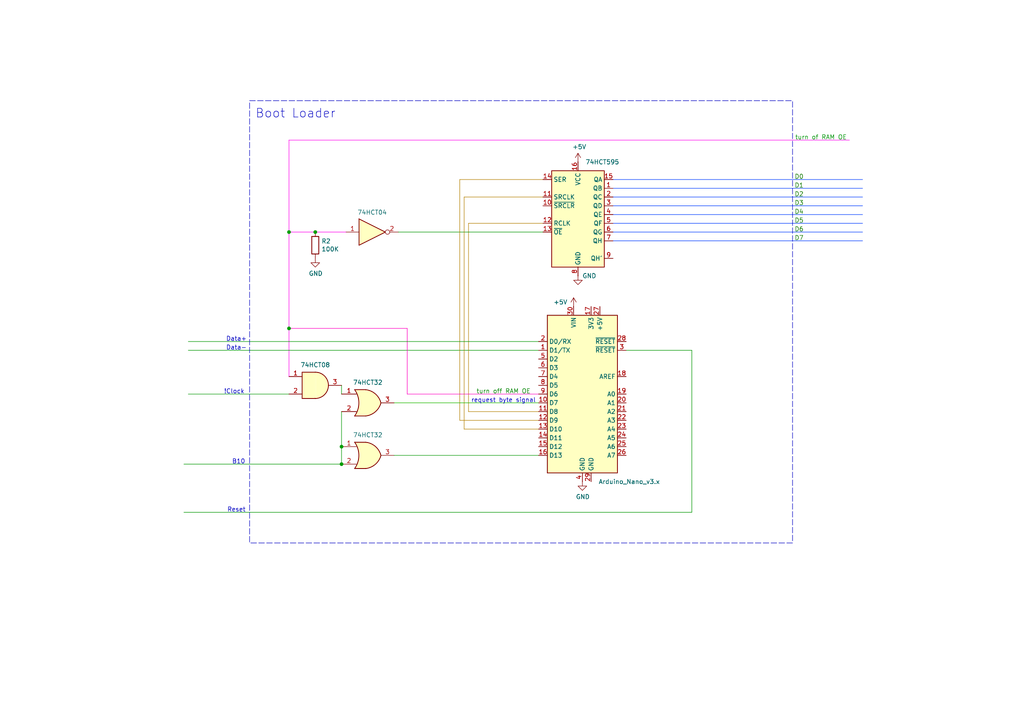
<source format=kicad_sch>
(kicad_sch (version 20250114) (generator "eeschema") (generator_version "9.0")
  (paper "A4")
  (title_block (title "Boot Loader"))
  (lib_symbols
    (symbol "74xx:74HCT04"
      (property "Reference" "U" (at 0 1.27 0))
      (property "Value" "74HCT04" (at 0 -1.27 0))
      (symbol "74HCT04_1_0"
        (polyline (pts (xy -3.81 3.81) (xy -3.81 -3.81) (xy 3.81 0) (xy -3.81 3.81)) (stroke (width 0.254)) (fill (type background)))
        (pin input line (at -7.62 0 0) (length 3.81) (name "~") (number "1"))
        (pin output inverted (at 7.62 0 180) (length 3.81) (name "~") (number "2"))
      )
      (symbol "74HCT04_2_0"
        (polyline (pts (xy -3.81 3.81) (xy -3.81 -3.81) (xy 3.81 0) (xy -3.81 3.81)) (stroke (width 0.254)) (fill (type background)))
        (pin input line (at -7.62 0 0) (length 3.81) (name "~") (number "3"))
        (pin output inverted (at 7.62 0 180) (length 3.81) (name "~") (number "4"))
      )
      (symbol "74HCT04_3_0"
        (polyline (pts (xy -3.81 3.81) (xy -3.81 -3.81) (xy 3.81 0) (xy -3.81 3.81)) (stroke (width 0.254)) (fill (type background)))
        (pin input line (at -7.62 0 0) (length 3.81) (name "~") (number "5"))
        (pin output inverted (at 7.62 0 180) (length 3.81) (name "~") (number "6"))
      )
      (symbol "74HCT04_4_0"
        (polyline (pts (xy -3.81 3.81) (xy -3.81 -3.81) (xy 3.81 0) (xy -3.81 3.81)) (stroke (width 0.254)) (fill (type background)))
        (pin input line (at -7.62 0 0) (length 3.81) (name "~") (number "9"))
        (pin output inverted (at 7.62 0 180) (length 3.81) (name "~") (number "8"))
      )
      (symbol "74HCT04_5_0"
        (polyline (pts (xy -3.81 3.81) (xy -3.81 -3.81) (xy 3.81 0) (xy -3.81 3.81)) (stroke (width 0.254)) (fill (type background)))
        (pin input line (at -7.62 0 0) (length 3.81) (name "~") (number "11"))
        (pin output inverted (at 7.62 0 180) (length 3.81) (name "~") (number "10"))
      )
      (symbol "74HCT04_6_0"
        (polyline (pts (xy -3.81 3.81) (xy -3.81 -3.81) (xy 3.81 0) (xy -3.81 3.81)) (stroke (width 0.254)) (fill (type background)))
        (pin input line (at -7.62 0 0) (length 3.81) (name "~") (number "13"))
        (pin output inverted (at 7.62 0 180) (length 3.81) (name "~") (number "12"))
      )
      (symbol "74HCT04_7_0"
        (pin power_in line (at 0 12.7 270) (length 5.08) (name "VCC") (number "14"))
        (pin power_in line (at 0 -12.7 90) (length 5.08) (name "GND") (number "7"))
      )
      (symbol "74HCT04_7_1"
        (rectangle (start -5.08 7.62) (end 5.08 -7.62) (stroke (width 0.254)) (fill (type background)))
      )
    )
    (symbol "74xx:74HCT595"
      (property "Reference" "U" (at -7.62 13.97 0))
      (property "Value" "74HCT595" (at -7.62 -16.51 0))
      (symbol "74HCT595_1_0"
        (pin input line (at -10.16 10.16 0) (length 2.54) (name "SER") (number "14"))
        (pin input line (at -10.16 5.08 0) (length 2.54) (name "SRCLK") (number "11"))
        (pin input line (at -10.16 2.54 0) (length 2.54) (name "~{SRCLR}") (number "10"))
        (pin input line (at -10.16 -2.54 0) (length 2.54) (name "RCLK") (number "12"))
        (pin input line (at -10.16 -5.08 0) (length 2.54) (name "~{OE}") (number "13"))
        (pin power_in line (at 0 15.24 270) (length 2.54) (name "VCC") (number "16"))
        (pin power_in line (at 0 -17.78 90) (length 2.54) (name "GND") (number "8"))
        (pin tri_state line (at 10.16 10.16 180) (length 2.54) (name "QA") (number "15"))
        (pin tri_state line (at 10.16 7.62 180) (length 2.54) (name "QB") (number "1"))
        (pin tri_state line (at 10.16 5.08 180) (length 2.54) (name "QC") (number "2"))
        (pin tri_state line (at 10.16 2.54 180) (length 2.54) (name "QD") (number "3"))
        (pin tri_state line (at 10.16 0 180) (length 2.54) (name "QE") (number "4"))
        (pin tri_state line (at 10.16 -2.54 180) (length 2.54) (name "QF") (number "5"))
        (pin tri_state line (at 10.16 -5.08 180) (length 2.54) (name "QG") (number "6"))
        (pin tri_state line (at 10.16 -7.62 180) (length 2.54) (name "QH") (number "7"))
        (pin output line (at 10.16 -12.7 180) (length 2.54) (name "QH'") (number "9"))
      )
      (symbol "74HCT595_1_1"
        (rectangle (start -7.62 12.7) (end 7.62 -15.24) (stroke (width 0.254)) (fill (type background)))
      )
    )
    (symbol "74xx:74LS08" (pin_names (offset 1.016))
      (property "Reference" "U" (at 0 1.27 0))
      (property "Value" "74LS08" (at 0 -1.27 0))
      (symbol "74LS08_1_1"
        (arc (start 0 3.81) (mid 3.7934 0) (end 0 -3.81) (stroke (width 0.254)) (fill (type background)))
        (polyline (pts (xy 0 3.81) (xy -3.81 3.81) (xy -3.81 -3.81) (xy 0 -3.81)) (stroke (width 0.254)) (fill (type background)))
        (pin input line (at -7.62 2.54 0) (length 3.81) (name "~") (number "1"))
        (pin input line (at -7.62 -2.54 0) (length 3.81) (name "~") (number "2"))
        (pin output line (at 7.62 0 180) (length 3.81) (name "~") (number "3"))
      )
      (symbol "74LS08_1_2"
        (arc (start -3.81 3.81) (mid -2.589 0) (end -3.81 -3.81) (stroke (width 0.254)))
        (polyline (pts (xy -3.81 3.81) (xy -0.635 3.81)) (stroke (width 0.254)) (fill (type background)))
        (polyline (pts (xy -3.81 -3.81) (xy -0.635 -3.81)) (stroke (width 0.254)) (fill (type background)))
        (arc (start 3.81 0) (mid 2.1855 -2.584) (end -0.6096 -3.81) (stroke (width 0.254)) (fill (type background)))
        (arc (start -0.6096 3.81) (mid 2.1928 2.5924) (end 3.81 0) (stroke (width 0.254)) (fill (type background)))
        (polyline (pts (xy -0.635 3.81) (xy -3.81 3.81) (xy -3.81 3.81) (xy -3.556 3.4036) (xy -3.0226 2.2606) (xy -2.6924 1.0414) (xy -2.6162 -0.254) (xy -2.7686 -1.4986) (xy -3.175 -2.7178) (xy -3.81 -3.81) (xy -3.81 -3.81) (xy -0.635 -3.81)) (stroke (width -25.4)) (fill (type background)))
        (pin input inverted (at -7.62 2.54 0) (length 4.318) (name "~") (number "1"))
        (pin input inverted (at -7.62 -2.54 0) (length 4.318) (name "~") (number "2"))
        (pin output inverted (at 7.62 0 180) (length 3.81) (name "~") (number "3"))
      )
      (symbol "74LS08_2_1"
        (arc (start 0 3.81) (mid 3.7934 0) (end 0 -3.81) (stroke (width 0.254)) (fill (type background)))
        (polyline (pts (xy 0 3.81) (xy -3.81 3.81) (xy -3.81 -3.81) (xy 0 -3.81)) (stroke (width 0.254)) (fill (type background)))
        (pin input line (at -7.62 2.54 0) (length 3.81) (name "~") (number "4"))
        (pin input line (at -7.62 -2.54 0) (length 3.81) (name "~") (number "5"))
        (pin output line (at 7.62 0 180) (length 3.81) (name "~") (number "6"))
      )
      (symbol "74LS08_2_2"
        (arc (start -3.81 3.81) (mid -2.589 0) (end -3.81 -3.81) (stroke (width 0.254)))
        (polyline (pts (xy -3.81 3.81) (xy -0.635 3.81)) (stroke (width 0.254)) (fill (type background)))
        (polyline (pts (xy -3.81 -3.81) (xy -0.635 -3.81)) (stroke (width 0.254)) (fill (type background)))
        (arc (start 3.81 0) (mid 2.1855 -2.584) (end -0.6096 -3.81) (stroke (width 0.254)) (fill (type background)))
        (arc (start -0.6096 3.81) (mid 2.1928 2.5924) (end 3.81 0) (stroke (width 0.254)) (fill (type background)))
        (polyline (pts (xy -0.635 3.81) (xy -3.81 3.81) (xy -3.81 3.81) (xy -3.556 3.4036) (xy -3.0226 2.2606) (xy -2.6924 1.0414) (xy -2.6162 -0.254) (xy -2.7686 -1.4986) (xy -3.175 -2.7178) (xy -3.81 -3.81) (xy -3.81 -3.81) (xy -0.635 -3.81)) (stroke (width -25.4)) (fill (type background)))
        (pin input inverted (at -7.62 2.54 0) (length 4.318) (name "~") (number "4"))
        (pin input inverted (at -7.62 -2.54 0) (length 4.318) (name "~") (number "5"))
        (pin output inverted (at 7.62 0 180) (length 3.81) (name "~") (number "6"))
      )
      (symbol "74LS08_3_1"
        (arc (start 0 3.81) (mid 3.7934 0) (end 0 -3.81) (stroke (width 0.254)) (fill (type background)))
        (polyline (pts (xy 0 3.81) (xy -3.81 3.81) (xy -3.81 -3.81) (xy 0 -3.81)) (stroke (width 0.254)) (fill (type background)))
        (pin input line (at -7.62 2.54 0) (length 3.81) (name "~") (number "9"))
        (pin input line (at -7.62 -2.54 0) (length 3.81) (name "~") (number "10"))
        (pin output line (at 7.62 0 180) (length 3.81) (name "~") (number "8"))
      )
      (symbol "74LS08_3_2"
        (arc (start -3.81 3.81) (mid -2.589 0) (end -3.81 -3.81) (stroke (width 0.254)))
        (polyline (pts (xy -3.81 3.81) (xy -0.635 3.81)) (stroke (width 0.254)) (fill (type background)))
        (polyline (pts (xy -3.81 -3.81) (xy -0.635 -3.81)) (stroke (width 0.254)) (fill (type background)))
        (arc (start 3.81 0) (mid 2.1855 -2.584) (end -0.6096 -3.81) (stroke (width 0.254)) (fill (type background)))
        (arc (start -0.6096 3.81) (mid 2.1928 2.5924) (end 3.81 0) (stroke (width 0.254)) (fill (type background)))
        (polyline (pts (xy -0.635 3.81) (xy -3.81 3.81) (xy -3.81 3.81) (xy -3.556 3.4036) (xy -3.0226 2.2606) (xy -2.6924 1.0414) (xy -2.6162 -0.254) (xy -2.7686 -1.4986) (xy -3.175 -2.7178) (xy -3.81 -3.81) (xy -3.81 -3.81) (xy -0.635 -3.81)) (stroke (width -25.4)) (fill (type background)))
        (pin input inverted (at -7.62 2.54 0) (length 4.318) (name "~") (number "9"))
        (pin input inverted (at -7.62 -2.54 0) (length 4.318) (name "~") (number "10"))
        (pin output inverted (at 7.62 0 180) (length 3.81) (name "~") (number "8"))
      )
      (symbol "74LS08_4_1"
        (arc (start 0 3.81) (mid 3.7934 0) (end 0 -3.81) (stroke (width 0.254)) (fill (type background)))
        (polyline (pts (xy 0 3.81) (xy -3.81 3.81) (xy -3.81 -3.81) (xy 0 -3.81)) (stroke (width 0.254)) (fill (type background)))
        (pin input line (at -7.62 2.54 0) (length 3.81) (name "~") (number "12"))
        (pin input line (at -7.62 -2.54 0) (length 3.81) (name "~") (number "13"))
        (pin output line (at 7.62 0 180) (length 3.81) (name "~") (number "11"))
      )
      (symbol "74LS08_4_2"
        (arc (start -3.81 3.81) (mid -2.589 0) (end -3.81 -3.81) (stroke (width 0.254)))
        (polyline (pts (xy -3.81 3.81) (xy -0.635 3.81)) (stroke (width 0.254)) (fill (type background)))
        (polyline (pts (xy -3.81 -3.81) (xy -0.635 -3.81)) (stroke (width 0.254)) (fill (type background)))
        (arc (start 3.81 0) (mid 2.1855 -2.584) (end -0.6096 -3.81) (stroke (width 0.254)) (fill (type background)))
        (arc (start -0.6096 3.81) (mid 2.1928 2.5924) (end 3.81 0) (stroke (width 0.254)) (fill (type background)))
        (polyline (pts (xy -0.635 3.81) (xy -3.81 3.81) (xy -3.81 3.81) (xy -3.556 3.4036) (xy -3.0226 2.2606) (xy -2.6924 1.0414) (xy -2.6162 -0.254) (xy -2.7686 -1.4986) (xy -3.175 -2.7178) (xy -3.81 -3.81) (xy -3.81 -3.81) (xy -0.635 -3.81)) (stroke (width -25.4)) (fill (type background)))
        (pin input inverted (at -7.62 2.54 0) (length 4.318) (name "~") (number "12"))
        (pin input inverted (at -7.62 -2.54 0) (length 4.318) (name "~") (number "13"))
        (pin output inverted (at 7.62 0 180) (length 3.81) (name "~") (number "11"))
      )
      (symbol "74LS08_5_0"
        (pin power_in line (at 0 12.7 270) (length 5.08) (name "VCC") (number "14"))
        (pin power_in line (at 0 -12.7 90) (length 5.08) (name "GND") (number "7"))
      )
      (symbol "74LS08_5_1"
        (rectangle (start -5.08 7.62) (end 5.08 -7.62) (stroke (width 0.254)) (fill (type background)))
      )
    )
    (symbol "74xx:74LS32" (pin_names (offset 1.016))
      (property "Reference" "U" (at 0 1.27 0))
      (property "Value" "74LS32" (at 0 -1.27 0))
      (symbol "74LS32_1_1"
        (arc (start -3.81 3.81) (mid -2.589 0) (end -3.81 -3.81) (stroke (width 0.254)))
        (polyline (pts (xy -3.81 3.81) (xy -0.635 3.81)) (stroke (width 0.254)) (fill (type background)))
        (polyline (pts (xy -3.81 -3.81) (xy -0.635 -3.81)) (stroke (width 0.254)) (fill (type background)))
        (arc (start 3.81 0) (mid 2.1855 -2.584) (end -0.6096 -3.81) (stroke (width 0.254)) (fill (type background)))
        (arc (start -0.6096 3.81) (mid 2.1928 2.5924) (end 3.81 0) (stroke (width 0.254)) (fill (type background)))
        (polyline (pts (xy -0.635 3.81) (xy -3.81 3.81) (xy -3.81 3.81) (xy -3.556 3.4036) (xy -3.0226 2.2606) (xy -2.6924 1.0414) (xy -2.6162 -0.254) (xy -2.7686 -1.4986) (xy -3.175 -2.7178) (xy -3.81 -3.81) (xy -3.81 -3.81) (xy -0.635 -3.81)) (stroke (width -25.4)) (fill (type background)))
        (pin input line (at -7.62 2.54 0) (length 4.318) (name "~") (number "1"))
        (pin input line (at -7.62 -2.54 0) (length 4.318) (name "~") (number "2"))
        (pin output line (at 7.62 0 180) (length 3.81) (name "~") (number "3"))
      )
      (symbol "74LS32_1_2"
        (arc (start 0 3.81) (mid 3.7934 0) (end 0 -3.81) (stroke (width 0.254)) (fill (type background)))
        (polyline (pts (xy 0 3.81) (xy -3.81 3.81) (xy -3.81 -3.81) (xy 0 -3.81)) (stroke (width 0.254)) (fill (type background)))
        (pin input inverted (at -7.62 2.54 0) (length 3.81) (name "~") (number "1"))
        (pin input inverted (at -7.62 -2.54 0) (length 3.81) (name "~") (number "2"))
        (pin output inverted (at 7.62 0 180) (length 3.81) (name "~") (number "3"))
      )
      (symbol "74LS32_2_1"
        (arc (start -3.81 3.81) (mid -2.589 0) (end -3.81 -3.81) (stroke (width 0.254)))
        (polyline (pts (xy -3.81 3.81) (xy -0.635 3.81)) (stroke (width 0.254)) (fill (type background)))
        (polyline (pts (xy -3.81 -3.81) (xy -0.635 -3.81)) (stroke (width 0.254)) (fill (type background)))
        (arc (start 3.81 0) (mid 2.1855 -2.584) (end -0.6096 -3.81) (stroke (width 0.254)) (fill (type background)))
        (arc (start -0.6096 3.81) (mid 2.1928 2.5924) (end 3.81 0) (stroke (width 0.254)) (fill (type background)))
        (polyline (pts (xy -0.635 3.81) (xy -3.81 3.81) (xy -3.81 3.81) (xy -3.556 3.4036) (xy -3.0226 2.2606) (xy -2.6924 1.0414) (xy -2.6162 -0.254) (xy -2.7686 -1.4986) (xy -3.175 -2.7178) (xy -3.81 -3.81) (xy -3.81 -3.81) (xy -0.635 -3.81)) (stroke (width -25.4)) (fill (type background)))
        (pin input line (at -7.62 2.54 0) (length 4.318) (name "~") (number "4"))
        (pin input line (at -7.62 -2.54 0) (length 4.318) (name "~") (number "5"))
        (pin output line (at 7.62 0 180) (length 3.81) (name "~") (number "6"))
      )
      (symbol "74LS32_2_2"
        (arc (start 0 3.81) (mid 3.7934 0) (end 0 -3.81) (stroke (width 0.254)) (fill (type background)))
        (polyline (pts (xy 0 3.81) (xy -3.81 3.81) (xy -3.81 -3.81) (xy 0 -3.81)) (stroke (width 0.254)) (fill (type background)))
        (pin input inverted (at -7.62 2.54 0) (length 3.81) (name "~") (number "4"))
        (pin input inverted (at -7.62 -2.54 0) (length 3.81) (name "~") (number "5"))
        (pin output inverted (at 7.62 0 180) (length 3.81) (name "~") (number "6"))
      )
      (symbol "74LS32_3_1"
        (arc (start -3.81 3.81) (mid -2.589 0) (end -3.81 -3.81) (stroke (width 0.254)))
        (polyline (pts (xy -3.81 3.81) (xy -0.635 3.81)) (stroke (width 0.254)) (fill (type background)))
        (polyline (pts (xy -3.81 -3.81) (xy -0.635 -3.81)) (stroke (width 0.254)) (fill (type background)))
        (arc (start 3.81 0) (mid 2.1855 -2.584) (end -0.6096 -3.81) (stroke (width 0.254)) (fill (type background)))
        (arc (start -0.6096 3.81) (mid 2.1928 2.5924) (end 3.81 0) (stroke (width 0.254)) (fill (type background)))
        (polyline (pts (xy -0.635 3.81) (xy -3.81 3.81) (xy -3.81 3.81) (xy -3.556 3.4036) (xy -3.0226 2.2606) (xy -2.6924 1.0414) (xy -2.6162 -0.254) (xy -2.7686 -1.4986) (xy -3.175 -2.7178) (xy -3.81 -3.81) (xy -3.81 -3.81) (xy -0.635 -3.81)) (stroke (width -25.4)) (fill (type background)))
        (pin input line (at -7.62 2.54 0) (length 4.318) (name "~") (number "9"))
        (pin input line (at -7.62 -2.54 0) (length 4.318) (name "~") (number "10"))
        (pin output line (at 7.62 0 180) (length 3.81) (name "~") (number "8"))
      )
      (symbol "74LS32_3_2"
        (arc (start 0 3.81) (mid 3.7934 0) (end 0 -3.81) (stroke (width 0.254)) (fill (type background)))
        (polyline (pts (xy 0 3.81) (xy -3.81 3.81) (xy -3.81 -3.81) (xy 0 -3.81)) (stroke (width 0.254)) (fill (type background)))
        (pin input inverted (at -7.62 2.54 0) (length 3.81) (name "~") (number "9"))
        (pin input inverted (at -7.62 -2.54 0) (length 3.81) (name "~") (number "10"))
        (pin output inverted (at 7.62 0 180) (length 3.81) (name "~") (number "8"))
      )
      (symbol "74LS32_4_1"
        (arc (start -3.81 3.81) (mid -2.589 0) (end -3.81 -3.81) (stroke (width 0.254)))
        (polyline (pts (xy -3.81 3.81) (xy -0.635 3.81)) (stroke (width 0.254)) (fill (type background)))
        (polyline (pts (xy -3.81 -3.81) (xy -0.635 -3.81)) (stroke (width 0.254)) (fill (type background)))
        (arc (start 3.81 0) (mid 2.1855 -2.584) (end -0.6096 -3.81) (stroke (width 0.254)) (fill (type background)))
        (arc (start -0.6096 3.81) (mid 2.1928 2.5924) (end 3.81 0) (stroke (width 0.254)) (fill (type background)))
        (polyline (pts (xy -0.635 3.81) (xy -3.81 3.81) (xy -3.81 3.81) (xy -3.556 3.4036) (xy -3.0226 2.2606) (xy -2.6924 1.0414) (xy -2.6162 -0.254) (xy -2.7686 -1.4986) (xy -3.175 -2.7178) (xy -3.81 -3.81) (xy -3.81 -3.81) (xy -0.635 -3.81)) (stroke (width -25.4)) (fill (type background)))
        (pin input line (at -7.62 2.54 0) (length 4.318) (name "~") (number "12"))
        (pin input line (at -7.62 -2.54 0) (length 4.318) (name "~") (number "13"))
        (pin output line (at 7.62 0 180) (length 3.81) (name "~") (number "11"))
      )
      (symbol "74LS32_4_2"
        (arc (start 0 3.81) (mid 3.7934 0) (end 0 -3.81) (stroke (width 0.254)) (fill (type background)))
        (polyline (pts (xy 0 3.81) (xy -3.81 3.81) (xy -3.81 -3.81) (xy 0 -3.81)) (stroke (width 0.254)) (fill (type background)))
        (pin input inverted (at -7.62 2.54 0) (length 3.81) (name "~") (number "12"))
        (pin input inverted (at -7.62 -2.54 0) (length 3.81) (name "~") (number "13"))
        (pin output inverted (at 7.62 0 180) (length 3.81) (name "~") (number "11"))
      )
      (symbol "74LS32_5_0"
        (pin power_in line (at 0 12.7 270) (length 5.08) (name "VCC") (number "14"))
        (pin power_in line (at 0 -12.7 90) (length 5.08) (name "GND") (number "7"))
      )
      (symbol "74LS32_5_1"
        (rectangle (start -5.08 7.62) (end 5.08 -7.62) (stroke (width 0.254)) (fill (type background)))
      )
    )
    (symbol "Device:R" (pin_numbers (hide yes)) (pin_names (offset 0))
      (property "Reference" "R" (at 2.032 0 90))
      (property "Value" "R" (at 0 0 90))
      (symbol "R_0_1"
        (rectangle (start -1.016 -2.54) (end 1.016 2.54) (stroke (width 0.254)))
      )
      (symbol "R_1_1"
        (pin passive line (at 0 3.81 270) (length 1.27) (name "~") (number "1"))
        (pin passive line (at 0 -3.81 90) (length 1.27) (name "~") (number "2"))
      )
    )
    (symbol "MCU_Module:Arduino_Nano_v3.x"
      (property "Reference" "A" (at -10.16 23.495 0))
      (property "Value" "Arduino_Nano_v3.x" (at 5.08 -24.13 0))
      (symbol "Arduino_Nano_v3.x_0_1"
        (rectangle (start -10.16 22.86) (end 10.16 -22.86) (stroke (width 0.254)) (fill (type background)))
      )
      (symbol "Arduino_Nano_v3.x_1_1"
        (pin bidirectional line (at -12.7 15.24 0) (length 2.54) (name "D0/RX") (number "2"))
        (pin bidirectional line (at -12.7 12.7 0) (length 2.54) (name "D1/TX") (number "1"))
        (pin bidirectional line (at -12.7 10.16 0) (length 2.54) (name "D2") (number "5"))
        (pin bidirectional line (at -12.7 7.62 0) (length 2.54) (name "D3") (number "6"))
        (pin bidirectional line (at -12.7 5.08 0) (length 2.54) (name "D4") (number "7"))
        (pin bidirectional line (at -12.7 2.54 0) (length 2.54) (name "D5") (number "8"))
        (pin bidirectional line (at -12.7 0 0) (length 2.54) (name "D6") (number "9"))
        (pin bidirectional line (at -12.7 -2.54 0) (length 2.54) (name "D7") (number "10"))
        (pin bidirectional line (at -12.7 -5.08 0) (length 2.54) (name "D8") (number "11"))
        (pin bidirectional line (at -12.7 -7.62 0) (length 2.54) (name "D9") (number "12"))
        (pin bidirectional line (at -12.7 -10.16 0) (length 2.54) (name "D10") (number "13"))
        (pin bidirectional line (at -12.7 -12.7 0) (length 2.54) (name "D11") (number "14"))
        (pin bidirectional line (at -12.7 -15.24 0) (length 2.54) (name "D12") (number "15"))
        (pin bidirectional line (at -12.7 -17.78 0) (length 2.54) (name "D13") (number "16"))
        (pin power_in line (at -2.54 25.4 270) (length 2.54) (name "VIN") (number "30"))
        (pin power_in line (at 0 -25.4 90) (length 2.54) (name "GND") (number "4"))
        (pin power_out line (at 2.54 25.4 270) (length 2.54) (name "3V3") (number "17"))
        (pin power_in line (at 2.54 -25.4 90) (length 2.54) (name "GND") (number "29"))
        (pin power_out line (at 5.08 25.4 270) (length 2.54) (name "+5V") (number "27"))
        (pin input line (at 12.7 15.24 180) (length 2.54) (name "~{RESET}") (number "28"))
        (pin input line (at 12.7 12.7 180) (length 2.54) (name "~{RESET}") (number "3"))
        (pin input line (at 12.7 5.08 180) (length 2.54) (name "AREF") (number "18"))
        (pin bidirectional line (at 12.7 0 180) (length 2.54) (name "A0") (number "19"))
        (pin bidirectional line (at 12.7 -2.54 180) (length 2.54) (name "A1") (number "20"))
        (pin bidirectional line (at 12.7 -5.08 180) (length 2.54) (name "A2") (number "21"))
        (pin bidirectional line (at 12.7 -7.62 180) (length 2.54) (name "A3") (number "22"))
        (pin bidirectional line (at 12.7 -10.16 180) (length 2.54) (name "A4") (number "23"))
        (pin bidirectional line (at 12.7 -12.7 180) (length 2.54) (name "A5") (number "24"))
        (pin bidirectional line (at 12.7 -15.24 180) (length 2.54) (name "A6") (number "25"))
        (pin bidirectional line (at 12.7 -17.78 180) (length 2.54) (name "A7") (number "26"))
      )
    )
    (symbol "power:+5V" (power) (pin_numbers (hide yes)) (pin_names (offset 0) (hide yes))
      (property "Value" "+5V" (at 0 3.556 0))
      (symbol "+5V_0_1"
        (polyline (pts (xy -0.762 1.27) (xy 0 2.54)))
        (polyline (pts (xy 0 2.54) (xy 0.762 1.27)))
        (polyline (pts (xy 0 0) (xy 0 2.54)))
      )
      (symbol "+5V_1_1"
        (pin power_in line (at 0 0 90) (length 0) (name "~") (number "1"))
      )
    )
    (symbol "power:GND" (power) (pin_numbers (hide yes)) (pin_names (offset 0) (hide yes))
      (property "Value" "GND" (at 0 -3.81 0))
      (symbol "GND_0_1"
        (polyline (pts (xy 0 0) (xy 0 -1.27) (xy 1.27 -1.27) (xy 0 -2.54) (xy -1.27 -1.27) (xy 0 -1.27)))
      )
      (symbol "GND_1_1"
        (pin power_in line (at 0 0 270) (length 0) (name "~") (number "1"))
      )
    )
  )
  (rectangle (start 72.39 29.21) (end 229.87 157.48) (stroke (width 0) (type dash)))
  (text "D0" (at 231.775 51.435 0) (effects (font (size 1.27 1.27))))
  (text "D4" (at 231.775 61.595 0) (effects (font (size 1.27 1.27))))
  (text "Data+" (at 68.58 98.425 0) (effects (font (size 1.27 1.27))))
  (text "Data-" (at 68.58 100.965 0) (effects (font (size 1.27 1.27))))
  (text "turn off RAM OE" (at 146.05 113.665 0) (effects (font (size 1.27 1.27))))
  (text "!Clock" (at 67.945 113.665 0) (effects (font (size 1.27 1.27))))
  (text "request byte signal" (at 146.05 116.205 0) (effects (font (size 1.27 1.27))))
  (text "Reset" (at 68.58 147.955 0) (effects (font (size 1.27 1.27))))
  (text "Boot Loader" (at 85.725 33.02 0) (effects (font (size 2.54 2.54))))
  (text "D2" (at 231.775 56.515 0) (effects (font (size 1.27 1.27))))
  (text "D5" (at 231.775 64.135 0) (effects (font (size 1.27 1.27))))
  (text "turn of RAM OE" (at 238.125 40.005 0) (effects (font (size 1.27 1.27))))
  (text "D1" (at 231.775 53.975 0) (effects (font (size 1.27 1.27))))
  (text "D6" (at 231.775 66.675 0) (effects (font (size 1.27 1.27))))
  (text "D7" (at 231.775 69.215 0) (effects (font (size 1.27 1.27))))
  (text "D3" (at 231.775 59.055 0) (effects (font (size 1.27 1.27))))
  (text "B10" (at 69.215 133.985 0) (effects (font (size 1.27 1.27))))
  (junction (at 83.82 95.25))
  (junction (at 91.44 67.31))
  (junction (at 83.82 67.31))
  (junction (at 99.06 129.54))
  (junction (at 99.06 134.62))
  (wire (pts (xy 177.8 67.31) (xy 250.19 67.31)) (stroke (width 0) (color 0 59 255 1)))
  (wire (pts (xy 118.11 114.3) (xy 118.11 95.25)) (stroke (width 0) (color 255 1 192 1)))
  (wire (pts (xy 54.61 114.3) (xy 83.82 114.3)))
  (wire (pts (xy 133.35 52.07) (xy 133.35 121.92)) (stroke (width 0) (color 180 129 5 1)))
  (wire (pts (xy 200.66 101.6) (xy 200.66 148.59)))
  (wire (pts (xy 114.3 116.84) (xy 156.21 116.84)) (stroke (width 0) (color 31 186 0 1)))
  (wire (pts (xy 134.62 57.15) (xy 134.62 124.46)) (stroke (width 0) (color 180 129 5 1)))
  (wire (pts (xy 53.34 134.62) (xy 99.06 134.62)))
  (wire (pts (xy 54.61 99.06) (xy 156.21 99.06)))
  (wire (pts (xy 177.8 52.07) (xy 250.19 52.07)) (stroke (width 0) (color 0 59 255 1)))
  (wire (pts (xy 177.8 54.61) (xy 250.19 54.61)) (stroke (width 0) (color 0 59 255 1)))
  (wire (pts (xy 181.61 101.6) (xy 200.66 101.6)))
  (wire (pts (xy 177.8 57.15) (xy 250.19 57.15)) (stroke (width 0) (color 0 59 255 1)))
  (wire (pts (xy 114.3 132.08) (xy 156.21 132.08)))
  (wire (pts (xy 157.48 64.77) (xy 135.89 64.77)) (stroke (width 0) (color 180 129 5 1)))
  (wire (pts (xy 83.82 67.31) (xy 83.82 40.64)) (stroke (width 0) (color 255 0 237 1)))
  (wire (pts (xy 83.82 67.31) (xy 83.82 95.25)) (stroke (width 0) (color 255 0 237 1)))
  (wire (pts (xy 83.82 40.64) (xy 246.38 40.64)) (stroke (width 0) (color 255 0 237 1)))
  (wire (pts (xy 83.82 67.31) (xy 91.44 67.31)) (stroke (width 0) (color 255 0 237 1)))
  (wire (pts (xy 157.48 52.07) (xy 133.35 52.07)) (stroke (width 0) (color 180 129 5 1)))
  (wire (pts (xy 91.44 67.31) (xy 100.33 67.31)) (stroke (width 0) (color 255 0 237 1)))
  (wire (pts (xy 177.8 59.69) (xy 250.19 59.69)) (stroke (width 0) (color 0 59 255 1)))
  (wire (pts (xy 99.06 119.38) (xy 99.06 129.54)))
  (wire (pts (xy 115.57 67.31) (xy 157.48 67.31)))
  (wire (pts (xy 54.61 101.6) (xy 156.21 101.6)))
  (wire (pts (xy 99.06 129.54) (xy 99.06 134.62)))
  (wire (pts (xy 53.34 148.59) (xy 200.66 148.59)))
  (wire (pts (xy 118.11 95.25) (xy 83.82 95.25)) (stroke (width 0) (color 255 1 192 1)))
  (wire (pts (xy 99.06 111.76) (xy 99.06 114.3)))
  (wire (pts (xy 135.89 64.77) (xy 135.89 119.38)) (stroke (width 0) (color 180 129 5 1)))
  (wire (pts (xy 177.8 64.77) (xy 250.19 64.77)) (stroke (width 0) (color 0 59 255 1)))
  (wire (pts (xy 177.8 62.23) (xy 250.19 62.23)) (stroke (width 0) (color 0 59 255 1)))
  (wire (pts (xy 133.35 121.92) (xy 156.21 121.92)) (stroke (width 0) (color 180 129 5 1)))
  (wire (pts (xy 156.21 114.3) (xy 118.11 114.3)) (stroke (width 0) (color 255 1 192 1)))
  (wire (pts (xy 157.48 57.15) (xy 134.62 57.15)) (stroke (width 0) (color 180 129 5 1)))
  (wire (pts (xy 177.8 69.85) (xy 250.19 69.85)) (stroke (width 0) (color 0 59 255 1)))
  (wire (pts (xy 83.82 95.25) (xy 83.82 109.22)) (stroke (width 0) (color 255 0 237 1)))
  (wire (pts (xy 135.89 119.38) (xy 156.21 119.38)) (stroke (width 0) (color 180 129 5 1)))
  (wire (pts (xy 134.62 124.46) (xy 156.21 124.46)) (stroke (width 0) (color 180 129 5 1)))
  (symbol (lib_id "74xx:74HCT595") (at 167.64 62.23 0) (unit 1)
    (property "Reference" "U15" (effects (hide yes)))
    (property "Value" "74HCT595" (at 169.7833 46.99 0) (effects (justify left)))
    (property "Datasheet" "https://assets.nexperia.com/documents/data-sheet/74HC_HCT595.pdf" (effects (hide yes)))
  )
  (symbol (lib_id "MCU_Module:Arduino_Nano_v3.x") (at 168.91 114.3 0) (unit 1)
    (property "Reference" "A1" (effects (hide yes)))
    (property "Value" "Arduino_Nano_v3.x" (at 173.5933 139.7 0) (effects (justify left)))
    (property "Footprint" "Module:Arduino_Nano" (effects (hide yes)))
    (property "Datasheet" "http://www.mouser.com/pdfdocs/Gravitech_Arduino_Nano3_0.pdf" (effects (hide yes)))
  )
  (symbol (lib_id "74xx:74LS08") (at 91.44 111.76 0) (unit 1)
    (property "Reference" "U53" (effects (hide yes)))
    (property "Value" "74HCT08" (at 91.44 105.8418 0))
    (property "Datasheet" "http://www.ti.com/lit/gpn/sn74LS08" (effects (hide yes)))
  )
  (symbol (lib_id "74xx:74HCT04") (at 107.95 67.31 0) (unit 1)
    (property "Reference" "U16" (effects (hide yes)))
    (property "Value" "74HCT04" (at 107.95 61.595 0))
    (property "Datasheet" "https://assets.nexperia.com/documents/data-sheet/74HC_HCT04.pdf" (effects (hide yes)))
  )
  (symbol (lib_id "74xx:74LS32") (at 106.68 116.84 0) (unit 1)
    (property "Reference" "U10" (effects (hide yes)))
    (property "Value" "74HCT32" (at 106.68 110.9218 0))
    (property "Datasheet" "http://www.ti.com/lit/gpn/sn74LS32" (effects (hide yes)))
  )
  (symbol (lib_id "power:GND") (at 168.91 139.7 0) (unit 1)
    (property "Reference" "#PWR06" (effects (hide yes)))
    (property "Value" "GND" (at 169.037 144.0942 0))
  )
  (symbol (lib_id "power:GND") (at 91.44 74.93 0) (unit 1)
    (property "Reference" "#PWR07" (effects (hide yes)))
    (property "Value" "GND" (at 91.567 79.3242 0))
  )
  (symbol (lib_id "power:+5V") (at 167.64 46.99 0) (unit 1)
    (property "Reference" "#PWR03" (effects (hide yes)))
    (property "Value" "+5V" (at 168.021 42.5958 0))
  )
  (symbol (lib_id "74xx:74LS32") (at 106.68 132.08 0) (unit 1)
    (property "Reference" "U11" (effects (hide yes)))
    (property "Value" "74HCT32" (at 106.68 126.1618 0))
    (property "Datasheet" "http://www.ti.com/lit/gpn/sn74LS32" (effects (hide yes)))
  )
  (symbol (lib_id "power:GND") (at 167.64 80.01 0) (unit 1)
    (property "Reference" "#PWR05" (effects (hide yes)))
    (property "Value" "GND" (at 170.942 80.01 0))
  )
  (symbol (lib_id "Device:R") (at 91.44 71.12 0) (unit 1)
    (property "Reference" "R2" (at 93.218 69.9516 0) (effects (justify left)))
    (property "Value" "100K" (at 93.218 72.263 0) (effects (justify left)))
  )
  (symbol (lib_id "power:+5V") (at 166.37 88.9 0) (unit 1)
    (property "Reference" "#PWR04" (effects (hide yes)))
    (property "Value" "+5V" (at 162.56 87.63 0))
  )
)
</source>
